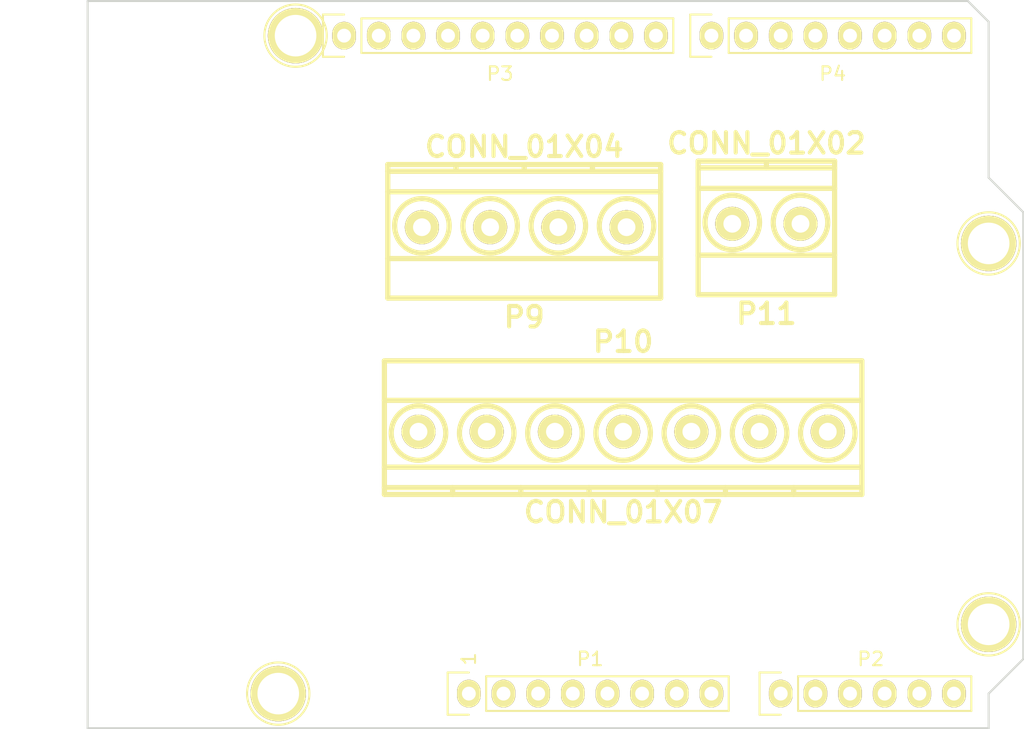
<source format=kicad_pcb>
(kicad_pcb (version 4) (host pcbnew 4.0.4-stable)

  (general
    (links 15)
    (no_connects 15)
    (area 110.922999 72.949999 179.653001 126.440001)
    (thickness 1.6)
    (drawings 27)
    (tracks 0)
    (zones 0)
    (modules 11)
    (nets 12)
  )

  (page A4)
  (title_block
    (date "lun. 30 mars 2015")
  )

  (layers
    (0 F.Cu signal)
    (31 B.Cu signal)
    (32 B.Adhes user)
    (33 F.Adhes user)
    (34 B.Paste user)
    (35 F.Paste user)
    (36 B.SilkS user)
    (37 F.SilkS user)
    (38 B.Mask user)
    (39 F.Mask user)
    (40 Dwgs.User user)
    (41 Cmts.User user)
    (42 Eco1.User user)
    (43 Eco2.User user)
    (44 Edge.Cuts user)
    (45 Margin user)
    (46 B.CrtYd user)
    (47 F.CrtYd user)
    (48 B.Fab user)
    (49 F.Fab user)
  )

  (setup
    (last_trace_width 0.25)
    (trace_clearance 0.2)
    (zone_clearance 0.508)
    (zone_45_only no)
    (trace_min 0.2)
    (segment_width 0.15)
    (edge_width 0.15)
    (via_size 0.6)
    (via_drill 0.4)
    (via_min_size 0.4)
    (via_min_drill 0.3)
    (uvia_size 0.3)
    (uvia_drill 0.1)
    (uvias_allowed no)
    (uvia_min_size 0.2)
    (uvia_min_drill 0.1)
    (pcb_text_width 0.3)
    (pcb_text_size 1.5 1.5)
    (mod_edge_width 0.15)
    (mod_text_size 1 1)
    (mod_text_width 0.15)
    (pad_size 4.064 4.064)
    (pad_drill 3.048)
    (pad_to_mask_clearance 0)
    (aux_axis_origin 110.998 126.365)
    (grid_origin 110.998 126.365)
    (visible_elements 7FFFFFFF)
    (pcbplotparams
      (layerselection 0x00030_80000001)
      (usegerberextensions false)
      (excludeedgelayer true)
      (linewidth 0.100000)
      (plotframeref false)
      (viasonmask false)
      (mode 1)
      (useauxorigin false)
      (hpglpennumber 1)
      (hpglpenspeed 20)
      (hpglpendiameter 15)
      (hpglpenoverlay 2)
      (psnegative false)
      (psa4output false)
      (plotreference true)
      (plotvalue true)
      (plotinvisibletext false)
      (padsonsilk false)
      (subtractmaskfromsilk false)
      (outputformat 1)
      (mirror false)
      (drillshape 1)
      (scaleselection 1)
      (outputdirectory ""))
  )

  (net 0 "")
  (net 1 /IOREF)
  (net 2 +5V)
  (net 3 GND)
  (net 4 /A0)
  (net 5 /A1)
  (net 6 /A2)
  (net 7 /A3)
  (net 8 /A4)
  (net 9 /A5)
  (net 10 "/(SCL)")
  (net 11 "/(SDA)")

  (net_class Default "This is the default net class."
    (clearance 0.2)
    (trace_width 0.25)
    (via_dia 0.6)
    (via_drill 0.4)
    (uvia_dia 0.3)
    (uvia_drill 0.1)
    (add_net +5V)
    (add_net "/(SCL)")
    (add_net "/(SDA)")
    (add_net /A0)
    (add_net /A1)
    (add_net /A2)
    (add_net /A3)
    (add_net /A4)
    (add_net /A5)
    (add_net /IOREF)
    (add_net GND)
  )

  (module Socket_Arduino_Uno:Socket_Strip_Arduino_1x08 locked (layer F.Cu) (tedit 552168D2) (tstamp 551AF9EA)
    (at 138.938 123.825)
    (descr "Through hole socket strip")
    (tags "socket strip")
    (path /56D70129)
    (fp_text reference P1 (at 8.89 -2.54) (layer F.SilkS)
      (effects (font (size 1 1) (thickness 0.15)))
    )
    (fp_text value Power (at 8.89 -4.064) (layer F.Fab)
      (effects (font (size 1 1) (thickness 0.15)))
    )
    (fp_line (start -1.75 -1.75) (end -1.75 1.75) (layer F.CrtYd) (width 0.05))
    (fp_line (start 19.55 -1.75) (end 19.55 1.75) (layer F.CrtYd) (width 0.05))
    (fp_line (start -1.75 -1.75) (end 19.55 -1.75) (layer F.CrtYd) (width 0.05))
    (fp_line (start -1.75 1.75) (end 19.55 1.75) (layer F.CrtYd) (width 0.05))
    (fp_line (start 1.27 1.27) (end 19.05 1.27) (layer F.SilkS) (width 0.15))
    (fp_line (start 19.05 1.27) (end 19.05 -1.27) (layer F.SilkS) (width 0.15))
    (fp_line (start 19.05 -1.27) (end 1.27 -1.27) (layer F.SilkS) (width 0.15))
    (fp_line (start -1.55 1.55) (end 0 1.55) (layer F.SilkS) (width 0.15))
    (fp_line (start 1.27 1.27) (end 1.27 -1.27) (layer F.SilkS) (width 0.15))
    (fp_line (start 0 -1.55) (end -1.55 -1.55) (layer F.SilkS) (width 0.15))
    (fp_line (start -1.55 -1.55) (end -1.55 1.55) (layer F.SilkS) (width 0.15))
    (pad 1 thru_hole oval (at 0 0) (size 1.7272 2.032) (drill 1.016) (layers *.Cu *.Mask F.SilkS))
    (pad 2 thru_hole oval (at 2.54 0) (size 1.7272 2.032) (drill 1.016) (layers *.Cu *.Mask F.SilkS)
      (net 1 /IOREF))
    (pad 3 thru_hole oval (at 5.08 0) (size 1.7272 2.032) (drill 1.016) (layers *.Cu *.Mask F.SilkS))
    (pad 4 thru_hole oval (at 7.62 0) (size 1.7272 2.032) (drill 1.016) (layers *.Cu *.Mask F.SilkS))
    (pad 5 thru_hole oval (at 10.16 0) (size 1.7272 2.032) (drill 1.016) (layers *.Cu *.Mask F.SilkS)
      (net 2 +5V))
    (pad 6 thru_hole oval (at 12.7 0) (size 1.7272 2.032) (drill 1.016) (layers *.Cu *.Mask F.SilkS)
      (net 3 GND))
    (pad 7 thru_hole oval (at 15.24 0) (size 1.7272 2.032) (drill 1.016) (layers *.Cu *.Mask F.SilkS)
      (net 3 GND))
    (pad 8 thru_hole oval (at 17.78 0) (size 1.7272 2.032) (drill 1.016) (layers *.Cu *.Mask F.SilkS))
    (model ${KIPRJMOD}/Socket_Arduino_Uno.3dshapes/Socket_header_Arduino_1x08.wrl
      (at (xyz 0.35 0 0))
      (scale (xyz 1 1 1))
      (rotate (xyz 0 0 180))
    )
  )

  (module Socket_Arduino_Uno:Socket_Strip_Arduino_1x06 locked (layer F.Cu) (tedit 552168D6) (tstamp 551AF9FF)
    (at 161.798 123.825)
    (descr "Through hole socket strip")
    (tags "socket strip")
    (path /56D70DD8)
    (fp_text reference P2 (at 6.604 -2.54) (layer F.SilkS)
      (effects (font (size 1 1) (thickness 0.15)))
    )
    (fp_text value Analog (at 6.604 -4.064) (layer F.Fab)
      (effects (font (size 1 1) (thickness 0.15)))
    )
    (fp_line (start -1.75 -1.75) (end -1.75 1.75) (layer F.CrtYd) (width 0.05))
    (fp_line (start 14.45 -1.75) (end 14.45 1.75) (layer F.CrtYd) (width 0.05))
    (fp_line (start -1.75 -1.75) (end 14.45 -1.75) (layer F.CrtYd) (width 0.05))
    (fp_line (start -1.75 1.75) (end 14.45 1.75) (layer F.CrtYd) (width 0.05))
    (fp_line (start 1.27 1.27) (end 13.97 1.27) (layer F.SilkS) (width 0.15))
    (fp_line (start 13.97 1.27) (end 13.97 -1.27) (layer F.SilkS) (width 0.15))
    (fp_line (start 13.97 -1.27) (end 1.27 -1.27) (layer F.SilkS) (width 0.15))
    (fp_line (start -1.55 1.55) (end 0 1.55) (layer F.SilkS) (width 0.15))
    (fp_line (start 1.27 1.27) (end 1.27 -1.27) (layer F.SilkS) (width 0.15))
    (fp_line (start 0 -1.55) (end -1.55 -1.55) (layer F.SilkS) (width 0.15))
    (fp_line (start -1.55 -1.55) (end -1.55 1.55) (layer F.SilkS) (width 0.15))
    (pad 1 thru_hole oval (at 0 0) (size 1.7272 2.032) (drill 1.016) (layers *.Cu *.Mask F.SilkS)
      (net 4 /A0))
    (pad 2 thru_hole oval (at 2.54 0) (size 1.7272 2.032) (drill 1.016) (layers *.Cu *.Mask F.SilkS)
      (net 5 /A1))
    (pad 3 thru_hole oval (at 5.08 0) (size 1.7272 2.032) (drill 1.016) (layers *.Cu *.Mask F.SilkS)
      (net 6 /A2))
    (pad 4 thru_hole oval (at 7.62 0) (size 1.7272 2.032) (drill 1.016) (layers *.Cu *.Mask F.SilkS)
      (net 7 /A3))
    (pad 5 thru_hole oval (at 10.16 0) (size 1.7272 2.032) (drill 1.016) (layers *.Cu *.Mask F.SilkS)
      (net 8 /A4))
    (pad 6 thru_hole oval (at 12.7 0) (size 1.7272 2.032) (drill 1.016) (layers *.Cu *.Mask F.SilkS)
      (net 9 /A5))
    (model ${KIPRJMOD}/Socket_Arduino_Uno.3dshapes/Socket_header_Arduino_1x06.wrl
      (at (xyz 0.25 0 0))
      (scale (xyz 1 1 1))
      (rotate (xyz 0 0 180))
    )
  )

  (module Socket_Arduino_Uno:Socket_Strip_Arduino_1x10 locked (layer F.Cu) (tedit 552168BF) (tstamp 551AFA18)
    (at 129.794 75.565)
    (descr "Through hole socket strip")
    (tags "socket strip")
    (path /56D721E0)
    (fp_text reference P3 (at 11.43 2.794) (layer F.SilkS)
      (effects (font (size 1 1) (thickness 0.15)))
    )
    (fp_text value Digital (at 11.43 4.318) (layer F.Fab)
      (effects (font (size 1 1) (thickness 0.15)))
    )
    (fp_line (start -1.75 -1.75) (end -1.75 1.75) (layer F.CrtYd) (width 0.05))
    (fp_line (start 24.65 -1.75) (end 24.65 1.75) (layer F.CrtYd) (width 0.05))
    (fp_line (start -1.75 -1.75) (end 24.65 -1.75) (layer F.CrtYd) (width 0.05))
    (fp_line (start -1.75 1.75) (end 24.65 1.75) (layer F.CrtYd) (width 0.05))
    (fp_line (start 1.27 1.27) (end 24.13 1.27) (layer F.SilkS) (width 0.15))
    (fp_line (start 24.13 1.27) (end 24.13 -1.27) (layer F.SilkS) (width 0.15))
    (fp_line (start 24.13 -1.27) (end 1.27 -1.27) (layer F.SilkS) (width 0.15))
    (fp_line (start -1.55 1.55) (end 0 1.55) (layer F.SilkS) (width 0.15))
    (fp_line (start 1.27 1.27) (end 1.27 -1.27) (layer F.SilkS) (width 0.15))
    (fp_line (start 0 -1.55) (end -1.55 -1.55) (layer F.SilkS) (width 0.15))
    (fp_line (start -1.55 -1.55) (end -1.55 1.55) (layer F.SilkS) (width 0.15))
    (pad 1 thru_hole oval (at 0 0) (size 1.7272 2.032) (drill 1.016) (layers *.Cu *.Mask F.SilkS)
      (net 10 "/(SCL)"))
    (pad 2 thru_hole oval (at 2.54 0) (size 1.7272 2.032) (drill 1.016) (layers *.Cu *.Mask F.SilkS)
      (net 11 "/(SDA)"))
    (pad 3 thru_hole oval (at 5.08 0) (size 1.7272 2.032) (drill 1.016) (layers *.Cu *.Mask F.SilkS))
    (pad 4 thru_hole oval (at 7.62 0) (size 1.7272 2.032) (drill 1.016) (layers *.Cu *.Mask F.SilkS)
      (net 3 GND))
    (pad 5 thru_hole oval (at 10.16 0) (size 1.7272 2.032) (drill 1.016) (layers *.Cu *.Mask F.SilkS))
    (pad 6 thru_hole oval (at 12.7 0) (size 1.7272 2.032) (drill 1.016) (layers *.Cu *.Mask F.SilkS))
    (pad 7 thru_hole oval (at 15.24 0) (size 1.7272 2.032) (drill 1.016) (layers *.Cu *.Mask F.SilkS))
    (pad 8 thru_hole oval (at 17.78 0) (size 1.7272 2.032) (drill 1.016) (layers *.Cu *.Mask F.SilkS))
    (pad 9 thru_hole oval (at 20.32 0) (size 1.7272 2.032) (drill 1.016) (layers *.Cu *.Mask F.SilkS))
    (pad 10 thru_hole oval (at 22.86 0) (size 1.7272 2.032) (drill 1.016) (layers *.Cu *.Mask F.SilkS))
    (model ${KIPRJMOD}/Socket_Arduino_Uno.3dshapes/Socket_header_Arduino_1x10.wrl
      (at (xyz 0.45 0 0))
      (scale (xyz 1 1 1))
      (rotate (xyz 0 0 180))
    )
  )

  (module Socket_Arduino_Uno:Socket_Strip_Arduino_1x08 locked (layer F.Cu) (tedit 552168C7) (tstamp 551AFA2F)
    (at 156.718 75.565)
    (descr "Through hole socket strip")
    (tags "socket strip")
    (path /56D7164F)
    (fp_text reference P4 (at 8.89 2.794) (layer F.SilkS)
      (effects (font (size 1 1) (thickness 0.15)))
    )
    (fp_text value Digital (at 8.89 4.318) (layer F.Fab)
      (effects (font (size 1 1) (thickness 0.15)))
    )
    (fp_line (start -1.75 -1.75) (end -1.75 1.75) (layer F.CrtYd) (width 0.05))
    (fp_line (start 19.55 -1.75) (end 19.55 1.75) (layer F.CrtYd) (width 0.05))
    (fp_line (start -1.75 -1.75) (end 19.55 -1.75) (layer F.CrtYd) (width 0.05))
    (fp_line (start -1.75 1.75) (end 19.55 1.75) (layer F.CrtYd) (width 0.05))
    (fp_line (start 1.27 1.27) (end 19.05 1.27) (layer F.SilkS) (width 0.15))
    (fp_line (start 19.05 1.27) (end 19.05 -1.27) (layer F.SilkS) (width 0.15))
    (fp_line (start 19.05 -1.27) (end 1.27 -1.27) (layer F.SilkS) (width 0.15))
    (fp_line (start -1.55 1.55) (end 0 1.55) (layer F.SilkS) (width 0.15))
    (fp_line (start 1.27 1.27) (end 1.27 -1.27) (layer F.SilkS) (width 0.15))
    (fp_line (start 0 -1.55) (end -1.55 -1.55) (layer F.SilkS) (width 0.15))
    (fp_line (start -1.55 -1.55) (end -1.55 1.55) (layer F.SilkS) (width 0.15))
    (pad 1 thru_hole oval (at 0 0) (size 1.7272 2.032) (drill 1.016) (layers *.Cu *.Mask F.SilkS))
    (pad 2 thru_hole oval (at 2.54 0) (size 1.7272 2.032) (drill 1.016) (layers *.Cu *.Mask F.SilkS))
    (pad 3 thru_hole oval (at 5.08 0) (size 1.7272 2.032) (drill 1.016) (layers *.Cu *.Mask F.SilkS))
    (pad 4 thru_hole oval (at 7.62 0) (size 1.7272 2.032) (drill 1.016) (layers *.Cu *.Mask F.SilkS))
    (pad 5 thru_hole oval (at 10.16 0) (size 1.7272 2.032) (drill 1.016) (layers *.Cu *.Mask F.SilkS))
    (pad 6 thru_hole oval (at 12.7 0) (size 1.7272 2.032) (drill 1.016) (layers *.Cu *.Mask F.SilkS))
    (pad 7 thru_hole oval (at 15.24 0) (size 1.7272 2.032) (drill 1.016) (layers *.Cu *.Mask F.SilkS))
    (pad 8 thru_hole oval (at 17.78 0) (size 1.7272 2.032) (drill 1.016) (layers *.Cu *.Mask F.SilkS))
    (model ${KIPRJMOD}/Socket_Arduino_Uno.3dshapes/Socket_header_Arduino_1x08.wrl
      (at (xyz 0.35 0 0))
      (scale (xyz 1 1 1))
      (rotate (xyz 0 0 180))
    )
  )

  (module Socket_Arduino_Uno:Arduino_1pin locked (layer F.Cu) (tedit 5524FC39) (tstamp 5524FC3F)
    (at 124.968 123.825)
    (descr "module 1 pin (ou trou mecanique de percage)")
    (tags DEV)
    (path /56D71177)
    (fp_text reference P5 (at 0 -3.048) (layer F.SilkS) hide
      (effects (font (size 1 1) (thickness 0.15)))
    )
    (fp_text value CONN_01X01 (at 0 2.794) (layer F.Fab) hide
      (effects (font (size 1 1) (thickness 0.15)))
    )
    (fp_circle (center 0 0) (end 0 -2.286) (layer F.SilkS) (width 0.15))
    (pad 1 thru_hole circle (at 0 0) (size 4.064 4.064) (drill 3.048) (layers *.Cu *.Mask F.SilkS))
  )

  (module Socket_Arduino_Uno:Arduino_1pin locked (layer F.Cu) (tedit 5524FC4A) (tstamp 5524FC44)
    (at 177.038 118.745)
    (descr "module 1 pin (ou trou mecanique de percage)")
    (tags DEV)
    (path /56D71274)
    (fp_text reference P6 (at 0 -3.048) (layer F.SilkS) hide
      (effects (font (size 1 1) (thickness 0.15)))
    )
    (fp_text value CONN_01X01 (at 0 2.794) (layer F.Fab) hide
      (effects (font (size 1 1) (thickness 0.15)))
    )
    (fp_circle (center 0 0) (end 0 -2.286) (layer F.SilkS) (width 0.15))
    (pad 1 thru_hole circle (at 0 0) (size 4.064 4.064) (drill 3.048) (layers *.Cu *.Mask F.SilkS))
  )

  (module Socket_Arduino_Uno:Arduino_1pin locked (layer F.Cu) (tedit 5524FC2F) (tstamp 5524FC49)
    (at 126.238 75.565)
    (descr "module 1 pin (ou trou mecanique de percage)")
    (tags DEV)
    (path /56D712A8)
    (fp_text reference P7 (at 0 -3.048) (layer F.SilkS) hide
      (effects (font (size 1 1) (thickness 0.15)))
    )
    (fp_text value CONN_01X01 (at 0 2.794) (layer F.Fab) hide
      (effects (font (size 1 1) (thickness 0.15)))
    )
    (fp_circle (center 0 0) (end 0 -2.286) (layer F.SilkS) (width 0.15))
    (pad 1 thru_hole circle (at 0 0) (size 4.064 4.064) (drill 3.048) (layers *.Cu *.Mask F.SilkS))
  )

  (module Socket_Arduino_Uno:Arduino_1pin locked (layer F.Cu) (tedit 5524FC41) (tstamp 5524FC4E)
    (at 177.038 90.805)
    (descr "module 1 pin (ou trou mecanique de percage)")
    (tags DEV)
    (path /56D712DB)
    (fp_text reference P8 (at 0 -3.048) (layer F.SilkS) hide
      (effects (font (size 1 1) (thickness 0.15)))
    )
    (fp_text value CONN_01X01 (at 0 2.794) (layer F.Fab) hide
      (effects (font (size 1 1) (thickness 0.15)))
    )
    (fp_circle (center 0 0) (end 0 -2.286) (layer F.SilkS) (width 0.15))
    (pad 1 thru_hole circle (at 0 0) (size 4.064 4.064) (drill 3.048) (layers *.Cu *.Mask F.SilkS))
  )

  (module w_conn_mkds:mkds_1,5-4 (layer F.Cu) (tedit 0) (tstamp 58E56A4B)
    (at 142.998 89.615 180)
    (descr "4-way 5mm pitch terminal block, Phoenix MKDS series")
    (path /58E5681A)
    (fp_text reference P9 (at 0 -6.6 180) (layer F.SilkS)
      (effects (font (size 1.5 1.5) (thickness 0.3)))
    )
    (fp_text value CONN_01X04 (at 0 5.9 180) (layer F.SilkS)
      (effects (font (size 1.5 1.5) (thickness 0.3)))
    )
    (fp_line (start 5 4.1) (end 5 4.6) (layer F.SilkS) (width 0.381))
    (fp_circle (center 7.5 0.1) (end 5.5 0.1) (layer F.SilkS) (width 0.381))
    (fp_circle (center 2.5 0.1) (end 0.5 0.1) (layer F.SilkS) (width 0.381))
    (fp_line (start 0 4.1) (end 0 4.6) (layer F.SilkS) (width 0.381))
    (fp_line (start -5 4.1) (end -5 4.6) (layer F.SilkS) (width 0.381))
    (fp_circle (center -2.5 0.1) (end -4.5 0.1) (layer F.SilkS) (width 0.381))
    (fp_circle (center -7.5 0.1) (end -5.5 0.1) (layer F.SilkS) (width 0.381))
    (fp_line (start -10 2.6) (end 10 2.6) (layer F.SilkS) (width 0.381))
    (fp_line (start -10 -2.3) (end 10 -2.3) (layer F.SilkS) (width 0.381))
    (fp_line (start -10 4.1) (end 10 4.1) (layer F.SilkS) (width 0.381))
    (fp_line (start -10 4.6) (end 10 4.6) (layer F.SilkS) (width 0.381))
    (fp_line (start 10 4.6) (end 10 -5.2) (layer F.SilkS) (width 0.381))
    (fp_line (start 10 -5.2) (end -10 -5.2) (layer F.SilkS) (width 0.381))
    (fp_line (start -10 -5.2) (end -10 4.6) (layer F.SilkS) (width 0.381))
    (pad 4 thru_hole circle (at 7.5 0 180) (size 2.5 2.5) (drill 1.3) (layers *.Cu *.Mask F.SilkS)
      (net 3 GND))
    (pad 3 thru_hole circle (at 2.5 0 180) (size 2.5 2.5) (drill 1.3) (layers *.Cu *.Mask F.SilkS)
      (net 10 "/(SCL)"))
    (pad 1 thru_hole circle (at -7.5 0 180) (size 2.5 2.5) (drill 1.3) (layers *.Cu *.Mask F.SilkS)
      (net 2 +5V))
    (pad 2 thru_hole circle (at -2.5 0 180) (size 2.5 2.5) (drill 1.3) (layers *.Cu *.Mask F.SilkS)
      (net 11 "/(SDA)"))
    (model walter/conn_mkds/mkds_1,5-4.wrl
      (at (xyz 0 0 0))
      (scale (xyz 1 1 1))
      (rotate (xyz 0 0 0))
    )
  )

  (module w_conn_mkds:mkds_1,5-7 (layer F.Cu) (tedit 0) (tstamp 58E56A56)
    (at 150.248 104.615)
    (descr "7-way 5mm pitch terminal block, Phoenix MKDS series")
    (path /58E586E5)
    (fp_text reference P10 (at 0 -6.6) (layer F.SilkS)
      (effects (font (size 1.5 1.5) (thickness 0.3)))
    )
    (fp_text value CONN_01X07 (at 0 5.9) (layer F.SilkS)
      (effects (font (size 1.5 1.5) (thickness 0.3)))
    )
    (fp_line (start 12.5 4.1) (end 12.5 4.6) (layer F.SilkS) (width 0.381))
    (fp_circle (center 15 0.1) (end 13 0.1) (layer F.SilkS) (width 0.381))
    (fp_circle (center 10 0.1) (end 8 0.1) (layer F.SilkS) (width 0.381))
    (fp_line (start 7.5 4.1) (end 7.5 4.6) (layer F.SilkS) (width 0.381))
    (fp_line (start 2.5 4.1) (end 2.5 4.6) (layer F.SilkS) (width 0.381))
    (fp_circle (center 5 0.1) (end 3 0.1) (layer F.SilkS) (width 0.381))
    (fp_line (start -2.5 4.1) (end -2.5 4.6) (layer F.SilkS) (width 0.381))
    (fp_circle (center 0 0.1) (end -2 0.1) (layer F.SilkS) (width 0.381))
    (fp_circle (center -5 0.1) (end -7 0.1) (layer F.SilkS) (width 0.381))
    (fp_line (start -7.5 4.1) (end -7.5 4.6) (layer F.SilkS) (width 0.381))
    (fp_line (start -12.5 4.1) (end -12.5 4.6) (layer F.SilkS) (width 0.381))
    (fp_circle (center -10 0.1) (end -12 0.1) (layer F.SilkS) (width 0.381))
    (fp_circle (center -15 0.1) (end -13 0.1) (layer F.SilkS) (width 0.381))
    (fp_line (start -17.5 2.6) (end 17.5 2.6) (layer F.SilkS) (width 0.381))
    (fp_line (start -17.5 -2.3) (end 17.5 -2.3) (layer F.SilkS) (width 0.381))
    (fp_line (start -17.5 4.1) (end 17.5 4.1) (layer F.SilkS) (width 0.381))
    (fp_line (start -17.5 4.6) (end 17.5 4.6) (layer F.SilkS) (width 0.381))
    (fp_line (start 17.5 4.6) (end 17.5 -5.2) (layer F.SilkS) (width 0.381))
    (fp_line (start 17.5 -5.2) (end -17.5 -5.2) (layer F.SilkS) (width 0.381))
    (fp_line (start -17.5 -5.2) (end -17.5 4.6) (layer F.SilkS) (width 0.381))
    (pad 7 thru_hole circle (at 15 0) (size 2.5 2.5) (drill 1.3) (layers *.Cu *.Mask F.SilkS)
      (net 1 /IOREF))
    (pad 6 thru_hole circle (at 10 0) (size 2.5 2.5) (drill 1.3) (layers *.Cu *.Mask F.SilkS)
      (net 9 /A5))
    (pad 5 thru_hole circle (at 5 0) (size 2.5 2.5) (drill 1.3) (layers *.Cu *.Mask F.SilkS)
      (net 8 /A4))
    (pad 4 thru_hole circle (at 0 0) (size 2.5 2.5) (drill 1.3) (layers *.Cu *.Mask F.SilkS)
      (net 7 /A3))
    (pad 3 thru_hole circle (at -5 0) (size 2.5 2.5) (drill 1.3) (layers *.Cu *.Mask F.SilkS)
      (net 6 /A2))
    (pad 1 thru_hole circle (at -15 0) (size 2.5 2.5) (drill 1.3) (layers *.Cu *.Mask F.SilkS)
      (net 4 /A0))
    (pad 2 thru_hole circle (at -10 0) (size 2.5 2.5) (drill 1.3) (layers *.Cu *.Mask F.SilkS)
      (net 5 /A1))
    (model walter/conn_mkds/mkds_1,5-7.wrl
      (at (xyz 0 0 0))
      (scale (xyz 1 1 1))
      (rotate (xyz 0 0 0))
    )
  )

  (module w_conn_mkds:mkds_1,5-2 (layer F.Cu) (tedit 0) (tstamp 58E56A5C)
    (at 160.748 89.365 180)
    (descr "2-way 5mm pitch terminal block, Phoenix MKDS series")
    (path /58E58511)
    (fp_text reference P11 (at 0 -6.6 180) (layer F.SilkS)
      (effects (font (size 1.5 1.5) (thickness 0.3)))
    )
    (fp_text value CONN_01X02 (at 0 5.9 180) (layer F.SilkS)
      (effects (font (size 1.5 1.5) (thickness 0.3)))
    )
    (fp_line (start 0 4.1) (end 0 4.6) (layer F.SilkS) (width 0.381))
    (fp_circle (center 2.5 0.1) (end 0.5 0.1) (layer F.SilkS) (width 0.381))
    (fp_circle (center -2.5 0.1) (end -0.5 0.1) (layer F.SilkS) (width 0.381))
    (fp_line (start -5 2.6) (end 5 2.6) (layer F.SilkS) (width 0.381))
    (fp_line (start -5 -2.3) (end 5 -2.3) (layer F.SilkS) (width 0.381))
    (fp_line (start -5 4.1) (end 5 4.1) (layer F.SilkS) (width 0.381))
    (fp_line (start -5 4.6) (end 5 4.6) (layer F.SilkS) (width 0.381))
    (fp_line (start 5 4.6) (end 5 -5.2) (layer F.SilkS) (width 0.381))
    (fp_line (start 5 -5.2) (end -5 -5.2) (layer F.SilkS) (width 0.381))
    (fp_line (start -5 -5.2) (end -5 4.6) (layer F.SilkS) (width 0.381))
    (pad 1 thru_hole circle (at -2.5 0 180) (size 2.5 2.5) (drill 1.3) (layers *.Cu *.Mask F.SilkS)
      (net 2 +5V))
    (pad 2 thru_hole circle (at 2.5 0 180) (size 2.5 2.5) (drill 1.3) (layers *.Cu *.Mask F.SilkS)
      (net 3 GND))
    (model walter/conn_mkds/mkds_1,5-2.wrl
      (at (xyz 0 0 0))
      (scale (xyz 1 1 1))
      (rotate (xyz 0 0 0))
    )
  )

  (gr_text 1 (at 138.938 121.285 90) (layer F.SilkS)
    (effects (font (size 1 1) (thickness 0.15)))
  )
  (gr_circle (center 117.348 76.962) (end 118.618 76.962) (layer Dwgs.User) (width 0.15))
  (gr_line (start 114.427 78.994) (end 114.427 74.93) (angle 90) (layer Dwgs.User) (width 0.15))
  (gr_line (start 120.269 78.994) (end 114.427 78.994) (angle 90) (layer Dwgs.User) (width 0.15))
  (gr_line (start 120.269 74.93) (end 120.269 78.994) (angle 90) (layer Dwgs.User) (width 0.15))
  (gr_line (start 114.427 74.93) (end 120.269 74.93) (angle 90) (layer Dwgs.User) (width 0.15))
  (gr_line (start 120.523 93.98) (end 104.648 93.98) (angle 90) (layer Dwgs.User) (width 0.15))
  (gr_line (start 177.038 74.549) (end 175.514 73.025) (angle 90) (layer Edge.Cuts) (width 0.15))
  (gr_line (start 177.038 85.979) (end 177.038 74.549) (angle 90) (layer Edge.Cuts) (width 0.15))
  (gr_line (start 179.578 88.519) (end 177.038 85.979) (angle 90) (layer Edge.Cuts) (width 0.15))
  (gr_line (start 179.578 121.285) (end 179.578 88.519) (angle 90) (layer Edge.Cuts) (width 0.15))
  (gr_line (start 177.038 123.825) (end 179.578 121.285) (angle 90) (layer Edge.Cuts) (width 0.15))
  (gr_line (start 177.038 126.365) (end 177.038 123.825) (angle 90) (layer Edge.Cuts) (width 0.15))
  (gr_line (start 110.998 126.365) (end 177.038 126.365) (angle 90) (layer Edge.Cuts) (width 0.15))
  (gr_line (start 110.998 73.025) (end 110.998 126.365) (angle 90) (layer Edge.Cuts) (width 0.15))
  (gr_line (start 175.514 73.025) (end 110.998 73.025) (angle 90) (layer Edge.Cuts) (width 0.15))
  (gr_line (start 173.355 102.235) (end 173.355 94.615) (angle 90) (layer Dwgs.User) (width 0.15))
  (gr_line (start 178.435 102.235) (end 173.355 102.235) (angle 90) (layer Dwgs.User) (width 0.15))
  (gr_line (start 178.435 94.615) (end 178.435 102.235) (angle 90) (layer Dwgs.User) (width 0.15))
  (gr_line (start 173.355 94.615) (end 178.435 94.615) (angle 90) (layer Dwgs.User) (width 0.15))
  (gr_line (start 109.093 123.19) (end 109.093 114.3) (angle 90) (layer Dwgs.User) (width 0.15))
  (gr_line (start 122.428 123.19) (end 109.093 123.19) (angle 90) (layer Dwgs.User) (width 0.15))
  (gr_line (start 122.428 114.3) (end 122.428 123.19) (angle 90) (layer Dwgs.User) (width 0.15))
  (gr_line (start 109.093 114.3) (end 122.428 114.3) (angle 90) (layer Dwgs.User) (width 0.15))
  (gr_line (start 104.648 93.98) (end 104.648 82.55) (angle 90) (layer Dwgs.User) (width 0.15))
  (gr_line (start 120.523 82.55) (end 120.523 93.98) (angle 90) (layer Dwgs.User) (width 0.15))
  (gr_line (start 104.648 82.55) (end 120.523 82.55) (angle 90) (layer Dwgs.User) (width 0.15))

)

</source>
